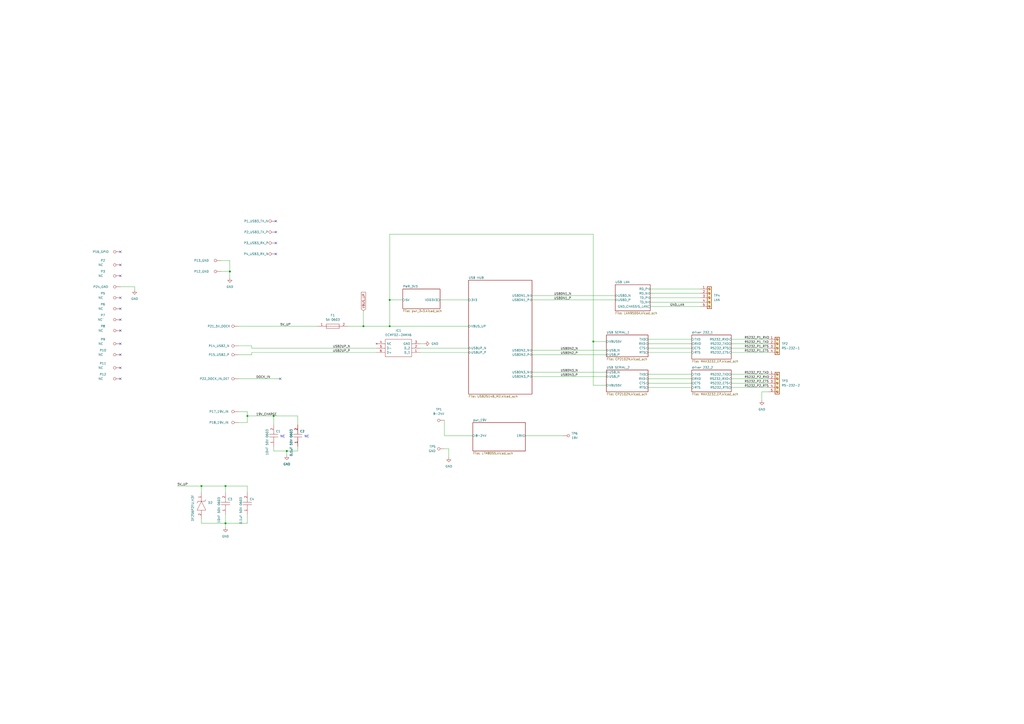
<source format=kicad_sch>
(kicad_sch (version 20211123) (generator eeschema)
  (paper "A2")
  (title_block (title "DOCK USB"))
  (lib_symbols
    (symbol "Connector:Screw_Terminal_01x04" (pin_names (offset 1.016) hide)
      (property "Reference" "J" (at 0 5.08 0))
      (property "Value" "Screw_Terminal_01x04" (at 0 -7.62 0))
      (symbol "Screw_Terminal_01x04_1_1"
        (rectangle (start -1.27 3.81) (end 1.27 -6.35) (stroke (width 0.254)) (fill (type background)))
        (circle (center 0 -5.08) (radius 0.635) (stroke (width 0.1524)))
        (circle (center 0 -2.54) (radius 0.635) (stroke (width 0.1524)))
        (polyline (pts (xy -0.5334 -4.7498) (xy 0.3302 -5.588)) (stroke (width 0.1524)))
        (polyline (pts (xy -0.5334 -2.2098) (xy 0.3302 -3.048)) (stroke (width 0.1524)))
        (polyline (pts (xy -0.5334 0.3302) (xy 0.3302 -0.508)) (stroke (width 0.1524)))
        (polyline (pts (xy -0.5334 2.8702) (xy 0.3302 2.032)) (stroke (width 0.1524)))
        (polyline (pts (xy -0.3556 -4.572) (xy 0.508 -5.4102)) (stroke (width 0.1524)))
        (polyline (pts (xy -0.3556 -2.032) (xy 0.508 -2.8702)) (stroke (width 0.1524)))
        (polyline (pts (xy -0.3556 0.508) (xy 0.508 -0.3302)) (stroke (width 0.1524)))
        (polyline (pts (xy -0.3556 3.048) (xy 0.508 2.2098)) (stroke (width 0.1524)))
        (circle (center 0 0) (radius 0.635) (stroke (width 0.1524)))
        (circle (center 0 2.54) (radius 0.635) (stroke (width 0.1524)))
        (pin passive line (at -5.08 2.54 0) (length 3.81) (name "Pin_1") (number "1"))
        (pin passive line (at -5.08 0 0) (length 3.81) (name "Pin_2") (number "2"))
        (pin passive line (at -5.08 -2.54 0) (length 3.81) (name "Pin_3") (number "3"))
        (pin passive line (at -5.08 -5.08 0) (length 3.81) (name "Pin_4") (number "4"))
      )
    )
    (symbol "Connector:Screw_Terminal_01x05" (pin_names (offset 1.016) hide)
      (property "Reference" "J?" (at 2.54 1.2701 0))
      (property "Value" "Screw_Terminal_01x05" (at 2.54 -1.2699 0))
      (symbol "Screw_Terminal_01x05_1_1"
        (rectangle (start -1.27 6.35) (end 1.27 -6.35) (stroke (width 0.254)) (fill (type background)))
        (circle (center 0 -5.08) (radius 0.635) (stroke (width 0.1524)))
        (circle (center 0 -2.54) (radius 0.635) (stroke (width 0.1524)))
        (polyline (pts (xy -0.5334 -4.7498) (xy 0.3302 -5.588)) (stroke (width 0.1524)))
        (polyline (pts (xy -0.5334 -2.2098) (xy 0.3302 -3.048)) (stroke (width 0.1524)))
        (polyline (pts (xy -0.5334 0.3302) (xy 0.3302 -0.508)) (stroke (width 0.1524)))
        (polyline (pts (xy -0.5334 2.8702) (xy 0.3302 2.032)) (stroke (width 0.1524)))
        (polyline (pts (xy -0.5334 5.4102) (xy 0.3302 4.572)) (stroke (width 0.1524)))
        (polyline (pts (xy -0.3556 -4.572) (xy 0.508 -5.4102)) (stroke (width 0.1524)))
        (polyline (pts (xy -0.3556 -2.032) (xy 0.508 -2.8702)) (stroke (width 0.1524)))
        (polyline (pts (xy -0.3556 0.508) (xy 0.508 -0.3302)) (stroke (width 0.1524)))
        (polyline (pts (xy -0.3556 3.048) (xy 0.508 2.2098)) (stroke (width 0.1524)))
        (polyline (pts (xy -0.3556 5.588) (xy 0.508 4.7498)) (stroke (width 0.1524)))
        (circle (center 0 0) (radius 0.635) (stroke (width 0.1524)))
        (circle (center 0 2.54) (radius 0.635) (stroke (width 0.1524)))
        (circle (center 0 5.08) (radius 0.635) (stroke (width 0.1524)))
        (pin passive line (at -5.08 5.08 0) (length 3.81) (name "Pin_1") (number "1"))
        (pin passive line (at -5.08 2.54 0) (length 3.81) (name "Pin_2") (number "2"))
        (pin passive line (at -5.08 0 0) (length 3.81) (name "Pin_3") (number "3"))
        (pin passive line (at -5.08 -2.54 0) (length 3.81) (name "Pin_4") (number "4"))
        (pin passive line (at -5.08 -5.08 0) (length 3.81) (name "Pin_5") (number "5"))
      )
    )
    (symbol "Connector:TestPoint" (pin_numbers hide) (pin_names (offset 0.762) hide)
      (property "Reference" "TP" (at 0 6.858 0))
      (property "Value" "TestPoint" (at 0 5.08 0))
      (symbol "TestPoint_0_1"
        (circle (center 0 3.302) (radius 0.762))
      )
      (symbol "TestPoint_1_1"
        (pin passive line (at 0 0 90) (length 2.54) (name "1") (number "1"))
      )
    )
    (symbol "global_lib:ECMF02-2AMX6" (pin_names (offset 0.762))
      (property "Reference" "IC" (at 21.59 7.62 0))
      (property "Value" "ECMF02-2AMX6" (at 21.59 5.08 0))
      (symbol "ECMF02-2AMX6_0_0"
        (pin passive line (at 0 0 0) (length 5.08) (name "D_1") (number "1"))
        (pin passive line (at 0 -2.54 0) (length 5.08) (name "D_2") (number "2"))
        (pin passive line (at 0 -5.08 0) (length 5.08) (name "GND") (number "3"))
        (pin no_connect line (at 25.4 -5.08 180) (length 5.08) (name "NC") (number "4"))
        (pin passive line (at 25.4 -2.54 180) (length 5.08) (name "D-") (number "5"))
        (pin passive line (at 25.4 0 180) (length 5.08) (name "D+") (number "6"))
      )
      (symbol "ECMF02-2AMX6_0_1"
        (polyline (pts (xy 5.08 2.54) (xy 20.32 2.54) (xy 20.32 -7.62) (xy 5.08 -7.62) (xy 5.08 2.54)) (stroke (width 0.1524)))
      )
    )
    (symbol "my_cap:06035C104MAT2A" (pin_names (offset 0.762))
      (property "Reference" "C" (at 8.89 6.35 0))
      (property "Value" "06035C104MAT2A" (at 8.89 3.81 0))
      (symbol "06035C104MAT2A_0_0"
        (pin passive line (at 0 0 0) (length 5.08) (name "~") (number "1"))
        (pin passive line (at 12.7 0 180) (length 5.08) (name "~") (number "2"))
      )
      (symbol "06035C104MAT2A_0_1"
        (polyline (pts (xy 5.08 0) (xy 5.588 0)) (stroke (width 0.1524)))
        (polyline (pts (xy 5.588 2.54) (xy 5.588 -2.54)) (stroke (width 0.1524)))
        (polyline (pts (xy 7.112 0) (xy 7.62 0)) (stroke (width 0.1524)))
        (polyline (pts (xy 7.112 2.54) (xy 7.112 -2.54)) (stroke (width 0.1524)))
      )
    )
    (symbol "my_cap:885012206089" (pin_names (offset 0.762))
      (property "Reference" "C" (at 8.89 6.35 0))
      (property "Value" "885012206089" (at 8.89 3.81 0))
      (symbol "885012206089_0_0"
        (pin passive line (at 0 0 0) (length 5.08) (name "~") (number "1"))
        (pin passive line (at 12.7 0 180) (length 5.08) (name "~") (number "2"))
      )
      (symbol "885012206089_0_1"
        (polyline (pts (xy 5.08 0) (xy 5.588 0)) (stroke (width 0.1524)))
        (polyline (pts (xy 5.588 2.54) (xy 5.588 -2.54)) (stroke (width 0.1524)))
        (polyline (pts (xy 7.112 0) (xy 7.62 0)) (stroke (width 0.1524)))
        (polyline (pts (xy 7.112 2.54) (xy 7.112 -2.54)) (stroke (width 0.1524)))
      )
    )
    (symbol "my_esd:DF2S6P2FU,H3F" (pin_names (offset 0.762))
      (property "Reference" "D" (at 10.16 8.89 0))
      (property "Value" "DF2S6P2FU,H3F" (at 10.16 6.35 0))
      (symbol "DF2S6P2FU,H3F_0_0"
        (pin passive line (at 0 0 0) (length 5.08) (name "~") (number "1"))
        (pin passive line (at 15.24 0 180) (length 5.08) (name "~") (number "2"))
      )
      (symbol "DF2S6P2FU,H3F_0_1"
        (polyline (pts (xy 4.064 2.54) (xy 5.08 2.032)) (stroke (width 0.1524)))
        (polyline (pts (xy 5.08 -2.032) (xy 5.08 2.032)) (stroke (width 0.1524)))
        (polyline (pts (xy 5.08 -2.032) (xy 6.096 -2.54)) (stroke (width 0.1524)))
        (polyline (pts (xy 5.08 0) (xy 10.16 2.54) (xy 10.16 -2.54) (xy 5.08 0)) (stroke (width 0.1524)))
      )
    )
    (symbol "my_fuse:5A 0603" (pin_names (offset 0.762))
      (property "Reference" "F" (at 13.97 6.35 0))
      (property "Value" "5A 0603" (at 13.97 3.81 0))
      (symbol "5A 0603_0_0"
        (pin passive line (at 0 0 0) (length 5.08) (name "~") (number "1"))
        (pin passive line (at 17.78 0 180) (length 5.08) (name "~") (number "2"))
      )
      (symbol "5A 0603_0_1"
        (polyline (pts (xy 5.08 0) (xy 12.7 0)) (stroke (width 0.1524)))
        (polyline (pts (xy 5.08 1.27) (xy 12.7 1.27) (xy 12.7 -1.27) (xy 5.08 -1.27) (xy 5.08 1.27)) (stroke (width 0.1524)))
      )
    )
    (symbol "power:GND" (power) (pin_names (offset 0))
      (property "Value" "GND" (at 0 -3.81 0))
      (symbol "GND_0_1"
        (polyline (pts (xy 0 0) (xy 0 -1.27) (xy 1.27 -1.27) (xy 0 -2.54) (xy -1.27 -1.27) (xy 0 -1.27)))
      )
      (symbol "GND_1_1"
        (pin power_in line (at 0 0 270) (length 0) hide (name "GND") (number "1"))
      )
    )
  )
  (bus_alias "OCS" (members "N1" "N2" "N3" "N4"))
  (bus_alias "USB_PWR" (members "P1" "P2" "P3" "P4"))
  (junction (at 133.35 157.48))
  (junction (at 344.17 198.12))
  (junction (at 158.75 241.3))
  (junction (at 143.51 241.3))
  (junction (at 116.84 281.94))
  (junction (at 226.06 189.23))
  (junction (at 130.81 303.53))
  (junction (at 226.06 173.99))
  (junction (at 166.37 261.62))
  (junction (at 210.82 189.23))
  (junction (at 130.81 281.94))
  (no_connect (at 69.85 172.72))
  (no_connect (at 69.85 179.07))
  (no_connect (at 69.85 185.42))
  (no_connect (at 69.85 191.77))
  (no_connect (at 69.85 205.74))
  (no_connect (at 69.85 199.39))
  (no_connect (at 69.85 146.05))
  (no_connect (at 69.85 219.71))
  (no_connect (at 162.56 219.71))
  (no_connect (at 69.85 153.67))
  (no_connect (at 160.02 140.97))
  (no_connect (at 160.02 147.32))
  (no_connect (at 69.85 160.02))
  (no_connect (at 160.02 134.62))
  (no_connect (at 160.02 128.27))
  (no_connect (at 69.85 213.36))
  (wire (pts (xy 274.32 252.73) (xy 257.81 252.73)))
  (wire (pts (xy 233.68 173.99) (xy 226.06 173.99)))
  (wire (pts (xy 377.19 167.64) (xy 406.4 167.64)))
  (wire (pts (xy 377.19 177.8) (xy 406.4 177.8)))
  (wire (pts (xy 375.92 196.85) (xy 401.32 196.85)))
  (wire (pts (xy 143.51 245.11) (xy 138.43 245.11)))
  (wire (pts (xy 424.18 222.25) (xy 445.77 222.25)))
  (wire (pts (xy 130.81 281.94) (xy 130.81 285.75)))
  (wire (pts (xy 260.35 260.35) (xy 260.35 265.43)))
  (wire (pts (xy 158.75 261.62) (xy 158.75 259.08)))
  (wire (pts (xy 116.84 281.94) (xy 116.84 285.75)))
  (wire (pts (xy 172.72 241.3) (xy 158.75 241.3)))
  (wire (pts (xy 308.61 205.74) (xy 351.79 205.74)))
  (wire (pts (xy 377.19 172.72) (xy 406.4 172.72)))
  (wire (pts (xy 143.51 238.76) (xy 143.51 241.3)))
  (wire (pts (xy 308.61 171.45) (xy 356.87 171.45)))
  (wire (pts (xy 146.05 201.93) (xy 218.44 201.93)))
  (wire (pts (xy 166.37 261.62) (xy 166.37 264.16)))
  (wire (pts (xy 116.84 281.94) (xy 130.81 281.94)))
  (wire (pts (xy 377.19 170.18) (xy 406.4 170.18)))
  (wire (pts (xy 133.35 157.48) (xy 133.35 161.29)))
  (wire (pts (xy 143.51 298.45) (xy 143.51 303.53)))
  (wire (pts (xy 128.27 151.13) (xy 133.35 151.13)))
  (wire (pts (xy 130.81 281.94) (xy 143.51 281.94)))
  (wire (pts (xy 308.61 215.9) (xy 351.79 215.9)))
  (wire (pts (xy 304.8 252.73) (xy 326.39 252.73)))
  (wire (pts (xy 424.18 204.47) (xy 445.77 204.47)))
  (wire (pts (xy 424.18 201.93) (xy 445.77 201.93)))
  (wire (pts (xy 201.93 189.23) (xy 210.82 189.23)))
  (wire (pts (xy 243.84 204.47) (xy 271.78 204.47)))
  (wire (pts (xy 143.51 241.3) (xy 158.75 241.3)))
  (wire (pts (xy 375.92 217.17) (xy 401.32 217.17)))
  (wire (pts (xy 308.61 218.44) (xy 351.79 218.44)))
  (wire (pts (xy 146.05 204.47) (xy 146.05 205.74)))
  (wire (pts (xy 226.06 173.99) (xy 226.06 135.89)))
  (wire (pts (xy 375.92 201.93) (xy 401.32 201.93)))
  (wire (pts (xy 146.05 205.74) (xy 138.43 205.74)))
  (wire (pts (xy 424.18 224.79) (xy 445.77 224.79)))
  (wire (pts (xy 138.43 219.71) (xy 162.56 219.71)))
  (wire (pts (xy 375.92 204.47) (xy 401.32 204.47)))
  (wire (pts (xy 375.92 219.71) (xy 401.32 219.71)))
  (wire (pts (xy 146.05 204.47) (xy 218.44 204.47)))
  (wire (pts (xy 257.81 243.84) (xy 257.81 252.73)))
  (wire (pts (xy 172.72 246.38) (xy 172.72 241.3)))
  (wire (pts (xy 255.27 173.99) (xy 271.78 173.99)))
  (wire (pts (xy 375.92 224.79) (xy 401.32 224.79)))
  (wire (pts (xy 133.35 151.13) (xy 133.35 157.48)))
  (wire (pts (xy 128.27 157.48) (xy 133.35 157.48)))
  (wire (pts (xy 226.06 135.89) (xy 344.17 135.89)))
  (wire (pts (xy 102.87 281.94) (xy 116.84 281.94)))
  (wire (pts (xy 441.96 227.33) (xy 445.77 227.33)))
  (wire (pts (xy 308.61 173.99) (xy 356.87 173.99)))
  (wire (pts (xy 143.51 303.53) (xy 130.81 303.53)))
  (wire (pts (xy 344.17 198.12) (xy 351.79 198.12)))
  (wire (pts (xy 138.43 238.76) (xy 143.51 238.76)))
  (wire (pts (xy 243.84 201.93) (xy 271.78 201.93)))
  (wire (pts (xy 210.82 180.34) (xy 210.82 189.23)))
  (wire (pts (xy 143.51 241.3) (xy 143.51 245.11)))
  (wire (pts (xy 377.19 175.26) (xy 406.4 175.26)))
  (wire (pts (xy 344.17 135.89) (xy 344.17 198.12)))
  (wire (pts (xy 344.17 223.52) (xy 344.17 198.12)))
  (wire (pts (xy 78.105 166.37) (xy 69.85 166.37)))
  (wire (pts (xy 441.96 227.33) (xy 441.96 232.41)))
  (wire (pts (xy 424.18 199.39) (xy 445.77 199.39)))
  (wire (pts (xy 424.18 219.71) (xy 445.77 219.71)))
  (wire (pts (xy 172.72 261.62) (xy 166.37 261.62)))
  (wire (pts (xy 243.84 199.39) (xy 246.38 199.39)))
  (wire (pts (xy 78.105 168.275) (xy 78.105 166.37)))
  (wire (pts (xy 351.79 223.52) (xy 344.17 223.52)))
  (wire (pts (xy 172.72 259.08) (xy 172.72 261.62)))
  (wire (pts (xy 424.18 217.17) (xy 445.77 217.17)))
  (wire (pts (xy 375.92 222.25) (xy 401.32 222.25)))
  (wire (pts (xy 308.61 203.2) (xy 351.79 203.2)))
  (wire (pts (xy 158.75 241.3) (xy 158.75 246.38)))
  (wire (pts (xy 143.51 285.75) (xy 143.51 281.94)))
  (wire (pts (xy 375.92 199.39) (xy 401.32 199.39)))
  (wire (pts (xy 424.18 196.85) (xy 445.77 196.85)))
  (wire (pts (xy 146.05 200.66) (xy 138.43 200.66)))
  (wire (pts (xy 166.37 261.62) (xy 158.75 261.62)))
  (wire (pts (xy 130.81 303.53) (xy 130.81 298.45)))
  (wire (pts (xy 116.84 300.99) (xy 116.84 303.53)))
  (wire (pts (xy 257.81 260.35) (xy 260.35 260.35)))
  (wire (pts (xy 271.78 189.23) (xy 226.06 189.23)))
  (wire (pts (xy 130.81 303.53) (xy 130.81 306.07)))
  (wire (pts (xy 138.43 189.23) (xy 184.15 189.23)))
  (wire (pts (xy 146.05 201.93) (xy 146.05 200.66)))
  (wire (pts (xy 116.84 303.53) (xy 130.81 303.53)))
  (wire (pts (xy 226.06 173.99) (xy 226.06 189.23)))
  (wire (pts (xy 226.06 189.23) (xy 210.82 189.23)))
  (text "NC" (at 176.53 254 0) (effects (font (size 1.27 1.27)) (justify left bottom)))
  (text "NC" (at 162.56 254 0) (effects (font (size 1.27 1.27)) (justify left bottom)))
  (label "RS232_P2_RTS" (at 431.8 224.79 0))
  (label "USB2UP_N" (at 193.04 201.93 0))
  (label "19V_CHARGE" (at 148.59 241.3 0))
  (label "USBDN2_P" (at 325.12 205.74 0))
  (label "USBDN1_P" (at 321.31 173.99 0))
  (label "5V_UP" (at 162.56 189.23 0))
  (label "RS232_P1_CTS" (at 431.8 204.47 0))
  (label "RS232_P2_CTS" (at 431.8 222.25 0))
  (label "GND_LAN" (at 388.62 177.8 0))
  (label "RS232_P2_RXD" (at 431.8 219.71 0))
  (label "RS232_P1_RTS" (at 431.8 201.93 0))
  (label "DOCK_IN" (at 148.59 219.71 0))
  (label "USBDN1_N" (at 321.31 171.45 0))
  (label "RS232_P1_RXD" (at 431.8 196.85 0))
  (label "USBDN3_P" (at 325.12 218.44 0))
  (label "USBDN3_N" (at 325.12 215.9 0))
  (label "USB2UP_P" (at 193.04 204.47 0))
  (label "RS232_P1_TXD" (at 431.8 199.39 0))
  (label "5V_UP" (at 102.87 281.94 0))
  (label "USBDN2_N" (at 325.12 203.2 0))
  (label "RS232_P2_TXD" (at 431.8 217.17 0))
  (global_label "VBUS_UP" (shape input) (at 210.82 180.34 90) (property "Intersheet References" "${INTERSHEET_REFS}" (effects hide)))
  (symbol (lib_id "Connector:Screw_Terminal_01x04") (at 450.85 199.39 0) (unit 1) (in_bom no)
    (property "Reference" "TP2" (at 453.39 199.3899 0) (effects (justify left)))
    (property "Value" "RS-232-1" (at 453.39 201.9299 0) (effects (justify left)))
    (property "Footprint" "Connector_PinHeader_2.54mm:PinHeader_1x04_P2.54mm_Vertical" (effects hide))
  )
  (symbol (lib_id "Connector:TestPoint") (at 69.85 146.05 90) (unit 1) (in_bom no)
    (property "Reference" "P1" (effects hide))
    (property "Value" "P16_GPIO" (at 58.42 146.05 90))
    (property "Footprint" "TestPoint:TestPoint_THTPad_D1.0mm_Drill0.5mm" (effects hide))
  )
  (symbol (lib_id "Connector:TestPoint") (at 138.43 205.74 90) (unit 1) (in_bom no)
    (property "Reference" "P17" (effects hide))
    (property "Value" "P15_USB2_P" (at 127 205.74 90))
    (property "Footprint" "TestPoint:TestPoint_THTPad_D1.0mm_Drill0.5mm" (effects hide))
  )
  (symbol (lib_id "Connector:TestPoint") (at 138.43 245.11 90) (unit 1) (in_bom no)
    (property "Reference" "P20" (effects hide))
    (property "Value" "P18_19V_IN" (at 127 245.11 90))
    (property "Footprint" "TestPoint:TestPoint_THTPad_D1.0mm_Drill0.5mm" (effects hide))
  )
  (symbol (lib_id "Connector:TestPoint") (at 138.43 238.76 90) (unit 1) (in_bom no)
    (property "Reference" "P19" (effects hide))
    (property "Value" "P17_19V_IN" (at 127 238.76 90))
    (property "Footprint" "TestPoint:TestPoint_THTPad_D1.0mm_Drill0.5mm" (effects hide))
  )
  (symbol (lib_id "Connector:TestPoint") (at 69.85 199.39 90) (unit 1) (in_bom no)
    (property "Reference" "P9" (at 59.69 196.85 90))
    (property "Value" "NC" (at 58.42 199.39 90))
    (property "Footprint" "TestPoint:TestPoint_THTPad_D1.0mm_Drill0.5mm" (effects hide))
  )
  (symbol (lib_id "my_cap:06035C104MAT2A") (at 172.72 259.08 90) (unit 1) (in_bom no)
    (property "Reference" "C2" (at 173.99 250.19 90) (effects (justify right)))
    (property "Value" "0.1uF 50V 0603" (at 168.91 248.92 0) (effects (justify right)))
    (property "Footprint" "C_0603_1608Metric" (effects hide))
    (property "Datasheet" "https://componentsearchengine.com/Datasheets/1/06031A100FAT2A.pdf" (effects hide))
    (property "Description" "Multilayer Ceramic Capacitors MLCC - SMD/SMT 50V .1uF X7R 0603 20%" (effects hide))
    (property "Height" "0.9" (effects hide))
    (property "Manufacturer_Name" "AVX" (effects hide))
    (property "Manufacturer_Part_Number" "06035C104MAT2A" (effects hide))
    (property "Mouser Part Number" "581-06035C104MAT2A" (effects hide))
    (property "Mouser Price/Stock" "https://www.mouser.co.uk/ProductDetail/AVX/06035C104MAT2A?qs=EbDiPP9peV9v4gP9vI6ssw%3D%3D" (effects hide))
    (property "Arrow Part Number" "06035C104MAT2A" (effects hide))
    (property "Arrow Price/Stock" "https://www.arrow.com/en/products/06035c104mat2a/avx" (effects hide))
  )
  (symbol (lib_id "global_lib:ECMF02-2AMX6") (at 243.84 204.47 180) (unit 1)
    (property "Reference" "IC1" (at 231.14 191.77 0))
    (property "Value" "ECMF02-2AMX6" (at 231.14 194.31 0))
    (property "Footprint" "SON50P150X170X55-6N-D" (effects hide))
    (property "Datasheet" "http://www.st.com/content/ccc/resource/technical/document/datasheet/3a/28/cf/d0/31/63/48/8c/CD00282307.pdf/files/CD00282307.pdf/jcr:content/translations/en.CD00282307.pdf" (effects hide))
    (property "Description" "Common Mode Filter & ESD Prot. USB uQFN6 STMicroelectronics ECMF02 Series, Signal Filter, 200mA uQFN SMD, Flat Contact Termination, 1.8 x 1.6 x 0.5mm" (effects hide))
    (property "Height" "0.55" (effects hide))
    (property "Manufacturer_Name" "STMicroelectronics" (effects hide))
    (property "Manufacturer_Part_Number" "ECMF02-2AMX6" (effects hide))
    (property "Mouser Part Number" "511-ECMF02-2AMX6" (effects hide))
    (property "Mouser Price/Stock" "https://www.mouser.co.uk/ProductDetail/STMicroelectronics/ECMF02-2AMX6?qs=raAh8RbVwI65u5gmT42%2Flg%3D%3D" (effects hide))
    (property "Arrow Part Number" "ECMF02-2AMX6" (effects hide))
    (property "Arrow Price/Stock" "https://www.arrow.com/en/products/ecmf02-2amx6/stmicroelectronics?region=nac" (effects hide))
  )
  (symbol (lib_id "Connector:TestPoint") (at 326.39 252.73 270) (unit 1) (in_bom no)
    (property "Reference" "TP6" (at 331.47 251.4599 90) (effects (justify left)))
    (property "Value" "19V" (at 331.47 253.9999 90) (effects (justify left)))
    (property "Footprint" "TestPoint:TestPoint_THTPad_2.5x2.5mm_Drill1.2mm" (effects hide))
  )
  (symbol (lib_id "Connector:TestPoint") (at 69.85 166.37 90) (unit 1) (in_bom no)
    (property "Reference" "P4" (effects hide))
    (property "Value" "P24_GND" (at 58.42 166.37 90))
    (property "Footprint" "TestPoint:TestPoint_THTPad_D1.0mm_Drill0.5mm" (effects hide))
  )
  (symbol (lib_id "power:GND") (at 78.105 168.275 0) (unit 1)
    (property "Reference" "#PWR0101" (effects hide))
    (property "Value" "GND" (at 78.105 173.355 0))
  )
  (symbol (lib_id "Connector:TestPoint") (at 160.02 134.62 90) (unit 1) (in_bom no)
    (property "Reference" "P22" (effects hide))
    (property "Value" "P2_USB3_TX_P" (at 148.59 134.62 90))
    (property "Footprint" "TestPoint:TestPoint_THTPad_D1.0mm_Drill0.5mm" (effects hide))
  )
  (symbol (lib_id "Connector:TestPoint") (at 138.43 219.71 90) (unit 1) (in_bom no)
    (property "Reference" "P18" (effects hide))
    (property "Value" "P22_DOCK_IN_DET" (at 124.46 219.71 90))
    (property "Footprint" "TestPoint:TestPoint_THTPad_D1.0mm_Drill0.5mm" (effects hide))
  )
  (symbol (lib_id "Connector:Screw_Terminal_01x05") (at 450.85 222.25 0) (unit 1) (in_bom no)
    (property "Reference" "TP3" (at 453.39 220.9799 0) (effects (justify left)))
    (property "Value" "RS-232-2" (at 453.39 223.5199 0) (effects (justify left)))
    (property "Footprint" "Connector_PinHeader_2.54mm:PinHeader_1x05_P2.54mm_Vertical" (effects hide))
  )
  (symbol (lib_id "Connector:TestPoint") (at 69.85 153.67 90) (unit 1) (in_bom no)
    (property "Reference" "P2" (at 59.69 151.13 90))
    (property "Value" "NC" (at 58.42 153.67 90))
    (property "Footprint" "TestPoint:TestPoint_THTPad_D1.0mm_Drill0.5mm" (effects hide))
  )
  (symbol (lib_id "power:GND") (at 441.96 232.41 0) (unit 1)
    (property "Reference" "#PWR05" (effects hide))
    (property "Value" "GND" (at 441.96 237.49 0))
  )
  (symbol (lib_id "Connector:TestPoint") (at 69.85 219.71 90) (unit 1) (in_bom no)
    (property "Reference" "P12" (at 59.69 217.17 90))
    (property "Value" "NC" (at 58.42 219.71 90))
    (property "Footprint" "TestPoint:TestPoint_THTPad_D1.0mm_Drill0.5mm" (effects hide))
  )
  (symbol (lib_id "power:GND") (at 246.38 199.39 90) (unit 1)
    (property "Reference" "#PWR03" (effects hide))
    (property "Value" "GND" (at 250.19 199.3899 90) (effects (justify right)))
  )
  (symbol (lib_id "Connector:Screw_Terminal_01x05") (at 411.48 172.72 0) (unit 1) (in_bom no)
    (property "Reference" "TP4" (at 414.02 171.4499 0) (effects (justify left)))
    (property "Value" "LAN" (at 414.02 173.9899 0) (effects (justify left)))
    (property "Footprint" "Connector_PinHeader_2.00mm:PinHeader_1x05_P2.00mm_Vertical" (effects hide))
  )
  (symbol (lib_id "Connector:TestPoint") (at 160.02 128.27 90) (unit 1) (in_bom no)
    (property "Reference" "P21" (effects hide))
    (property "Value" "P1_USB3_TX_N" (at 148.59 128.27 90))
    (property "Footprint" "TestPoint:TestPoint_THTPad_D1.0mm_Drill0.5mm" (effects hide))
  )
  (symbol (lib_id "my_fuse:5A 0603") (at 184.15 189.23 0) (unit 1)
    (property "Reference" "F1" (at 193.04 182.88 0))
    (property "Value" "5A 0603" (at 193.04 185.42 0))
    (property "Footprint" "Fuse_0603_1608Metric" (effects hide))
    (property "Datasheet" "https://belfuse.com/resources/datasheets/circuitprotection/ds-CP-0ABB-series.pdf" (effects hide))
    (property "Description" "0603 SMD Fuse | Slow Blow | 5A" (effects hide))
    (property "Height" "0.569" (effects hide))
    (property "Manufacturer_Name" "Stewart Connector" (effects hide))
    (property "Manufacturer_Part_Number" "0ABB-5000-TM" (effects hide))
    (property "Mouser Part Number" "530-0ABB-5000-TM" (effects hide))
    (property "Mouser Price/Stock" "https://www.mouser.co.uk/ProductDetail/Bel-Fuse/0ABB-5000-TM?qs=Wj%2FVkw3K%252BMBSXffoEfmEpw%3D%3D" (effects hide))
  )
  (symbol (lib_id "Connector:TestPoint") (at 128.27 157.48 90) (unit 1) (in_bom no)
    (property "Reference" "P14" (effects hide))
    (property "Value" "P12_GND" (at 116.84 157.48 90))
    (property "Footprint" "TestPoint:TestPoint_THTPad_D1.0mm_Drill0.5mm" (effects hide))
  )
  (symbol (lib_id "my_cap:885012206089") (at 130.81 298.45 90) (unit 1)
    (property "Reference" "C3" (at 132.08 289.56 90) (effects (justify right)))
    (property "Value" "10nF 50V 0603" (at 127 288.29 0) (effects (justify right)))
    (property "Footprint" "C_0603_1608Metric" (effects hide))
    (property "Datasheet" "https://katalog.we-online.com/pbs/datasheet/885012206089.pdf" (effects hide))
    (property "Description" "Wurth Elektronik 0603 WCAP-CSGP 10nF Ceramic Multilayer Capacitor, 50 V dc, +125C, X7R Dielectric, +/-10%" (effects hide))
    (property "Height" "0.87" (effects hide))
    (property "Manufacturer_Name" "Wurth Elektronik" (effects hide))
    (property "Manufacturer_Part_Number" "885012206089" (effects hide))
    (property "Mouser Part Number" "710-885012206089" (effects hide))
    (property "Mouser Price/Stock" "https://www.mouser.co.uk/ProductDetail/Wurth-Elektronik/885012206089?qs=0KOYDY2FL28GvSbKh319Tw%3D%3D" (effects hide))
  )
  (symbol (lib_id "Connector:TestPoint") (at 257.81 243.84 90) (unit 1) (in_bom no)
    (property "Reference" "TP1" (at 254.508 237.49 90))
    (property "Value" "8-24V" (at 254.508 240.03 90))
    (property "Footprint" "TestPoint:TestPoint_THTPad_2.5x2.5mm_Drill1.2mm" (effects hide))
  )
  (symbol (lib_id "my_cap:06035C104MAT2A") (at 143.51 298.45 90) (unit 1)
    (property "Reference" "C4" (at 144.78 289.56 90) (effects (justify right)))
    (property "Value" "0.1uF 50V 0603" (at 139.7 288.29 0) (effects (justify right)))
    (property "Footprint" "C_0603_1608Metric" (effects hide))
    (property "Datasheet" "https://componentsearchengine.com/Datasheets/1/06031A100FAT2A.pdf" (effects hide))
    (property "Description" "Multilayer Ceramic Capacitors MLCC - SMD/SMT 50V .1uF X7R 0603 20%" (effects hide))
    (property "Height" "0.9" (effects hide))
    (property "Manufacturer_Name" "AVX" (effects hide))
    (property "Manufacturer_Part_Number" "06035C104MAT2A" (effects hide))
    (property "Mouser Part Number" "581-06035C104MAT2A" (effects hide))
    (property "Mouser Price/Stock" "https://www.mouser.co.uk/ProductDetail/AVX/06035C104MAT2A?qs=EbDiPP9peV9v4gP9vI6ssw%3D%3D" (effects hide))
    (property "Arrow Part Number" "06035C104MAT2A" (effects hide))
    (property "Arrow Price/Stock" "https://www.arrow.com/en/products/06035c104mat2a/avx" (effects hide))
  )
  (symbol (lib_id "my_esd:DF2S6P2FU,H3F") (at 116.84 285.75 270) (unit 1)
    (property "Reference" "D2" (at 120.65 291.5919 90) (effects (justify left)))
    (property "Value" "DF2S6P2FU,H3F" (at 111.76 287.02 0) (effects (justify left)))
    (property "Footprint" "SOD2513X115N" (effects hide))
    (property "Datasheet" "https://toshiba.semicon-storage.com/info/docget.jsp?did=59087&prodName=DF2S6P2FU" (effects hide))
    (property "Description" "ESD Suppressors / TVS Diodes Uni-Directional ESD protection diode VRWM:5.5V IPP: 80A Vesd:+/-30kV" (effects hide))
    (property "Height" "1.15" (effects hide))
    (property "Mouser Part Number" "757-DF2S6P2FUH3F" (effects hide))
    (property "Mouser Price/Stock" "https://www.mouser.co.uk/ProductDetail/Toshiba/DF2S6P2FUH3F?qs=EBDBlbfErPzRo%252BEHfjRN%252Bw%3D%3D" (effects hide))
    (property "Manufacturer_Name" "Toshiba" (effects hide))
    (property "Manufacturer_Part_Number" "DF2S6P2FU,H3F" (effects hide))
  )
  (symbol (lib_id "Connector:TestPoint") (at 69.85 160.02 90) (unit 1) (in_bom no)
    (property "Reference" "P3" (at 59.69 157.48 90))
    (property "Value" "NC" (at 58.42 160.02 90))
    (property "Footprint" "TestPoint:TestPoint_THTPad_D1.0mm_Drill0.5mm" (effects hide))
  )
  (symbol (lib_id "Connector:TestPoint") (at 128.27 151.13 90) (unit 1) (in_bom no)
    (property "Reference" "P13" (effects hide))
    (property "Value" "P13_GND" (at 116.84 151.13 90))
    (property "Footprint" "TestPoint:TestPoint_THTPad_D1.0mm_Drill0.5mm" (effects hide))
  )
  (symbol (lib_id "power:GND") (at 166.37 264.16 0) (unit 1)
    (property "Reference" "#PWR02" (effects hide))
    (property "Value" "GND" (at 166.37 269.24 0))
  )
  (symbol (lib_id "Connector:TestPoint") (at 69.85 179.07 90) (unit 1) (in_bom no)
    (property "Reference" "P6" (at 59.69 176.53 90))
    (property "Value" "NC" (at 58.42 179.07 90))
    (property "Footprint" "TestPoint:TestPoint_THTPad_D1.0mm_Drill0.5mm" (effects hide))
  )
  (symbol (lib_id "power:GND") (at 260.35 265.43 0) (mirror y) (unit 1)
    (property "Reference" "#PWR065" (effects hide))
    (property "Value" "GND" (at 260.35 270.51 0))
  )
  (symbol (lib_id "Connector:TestPoint") (at 69.85 191.77 90) (unit 1) (in_bom no)
    (property "Reference" "P8" (at 59.69 189.23 90))
    (property "Value" "NC" (at 58.42 191.77 90))
    (property "Footprint" "TestPoint:TestPoint_THTPad_D1.0mm_Drill0.5mm" (effects hide))
  )
  (symbol (lib_id "Connector:TestPoint") (at 138.43 189.23 90) (unit 1) (in_bom no)
    (property "Reference" "P15" (effects hide))
    (property "Value" "P21_5V_DOCK" (at 127 189.23 90))
    (property "Footprint" "TestPoint:TestPoint_THTPad_D1.0mm_Drill0.5mm" (effects hide))
  )
  (symbol (lib_id "Connector:TestPoint") (at 138.43 200.66 90) (unit 1) (in_bom no)
    (property "Reference" "P16" (effects hide))
    (property "Value" "P14_USB2_N" (at 127 200.66 90))
    (property "Footprint" "TestPoint:TestPoint_THTPad_D1.0mm_Drill0.5mm" (effects hide))
  )
  (symbol (lib_id "power:GND") (at 130.81 306.07 0) (unit 1)
    (property "Reference" "#PWR04" (effects hide))
    (property "Value" "GND" (at 130.81 311.15 0))
  )
  (symbol (lib_id "Connector:TestPoint") (at 69.85 213.36 90) (unit 1) (in_bom no)
    (property "Reference" "P11" (at 59.69 210.82 90))
    (property "Value" "NC" (at 58.42 213.36 90))
    (property "Footprint" "TestPoint:TestPoint_THTPad_D1.0mm_Drill0.5mm" (effects hide))
  )
  (symbol (lib_id "Connector:TestPoint") (at 257.81 260.35 90) (mirror x) (unit 1) (in_bom no)
    (property "Reference" "TP5" (at 252.73 259.0799 90) (effects (justify left)))
    (property "Value" "GND" (at 252.73 261.6199 90) (effects (justify left)))
    (property "Footprint" "TestPoint:TestPoint_THTPad_2.5x2.5mm_Drill1.2mm" (effects hide))
  )
  (symbol (lib_id "power:GND") (at 133.35 161.29 0) (unit 1)
    (property "Reference" "#PWR01" (effects hide))
    (property "Value" "GND" (at 133.35 166.37 0))
  )
  (symbol (lib_id "Connector:TestPoint") (at 160.02 147.32 90) (unit 1) (in_bom no)
    (property "Reference" "P24" (effects hide))
    (property "Value" "P4_USB3_RX_N" (at 148.59 147.32 90))
    (property "Footprint" "TestPoint:TestPoint_THTPad_D1.0mm_Drill0.5mm" (effects hide))
  )
  (symbol (lib_id "Connector:TestPoint") (at 69.85 172.72 90) (unit 1) (in_bom no)
    (property "Reference" "P5" (at 59.69 170.18 90))
    (property "Value" "NC" (at 58.42 172.72 90))
    (property "Footprint" "TestPoint:TestPoint_THTPad_D1.0mm_Drill0.5mm" (effects hide))
  )
  (symbol (lib_id "my_cap:885012206089") (at 158.75 259.08 90) (unit 1) (in_bom no)
    (property "Reference" "C1" (at 160.02 250.19 90) (effects (justify right)))
    (property "Value" "10nF 50V 0603" (at 154.94 248.92 0) (effects (justify right)))
    (property "Footprint" "C_0603_1608Metric" (effects hide))
    (property "Datasheet" "https://katalog.we-online.com/pbs/datasheet/885012206089.pdf" (effects hide))
    (property "Description" "Wurth Elektronik 0603 WCAP-CSGP 10nF Ceramic Multilayer Capacitor, 50 V dc, +125C, X7R Dielectric, +/-10%" (effects hide))
    (property "Height" "0.87" (effects hide))
    (property "Manufacturer_Name" "Wurth Elektronik" (effects hide))
    (property "Manufacturer_Part_Number" "885012206089" (effects hide))
    (property "Mouser Part Number" "710-885012206089" (effects hide))
    (property "Mouser Price/Stock" "https://www.mouser.co.uk/ProductDetail/Wurth-Elektronik/885012206089?qs=0KOYDY2FL28GvSbKh319Tw%3D%3D" (effects hide))
  )
  (symbol (lib_id "Connector:TestPoint") (at 69.85 205.74 90) (unit 1) (in_bom no)
    (property "Reference" "P10" (at 59.69 203.2 90))
    (property "Value" "NC" (at 58.42 205.74 90))
    (property "Footprint" "TestPoint:TestPoint_THTPad_D1.0mm_Drill0.5mm" (effects hide))
  )
  (symbol (lib_id "Connector:TestPoint") (at 69.85 185.42 90) (unit 1) (in_bom no)
    (property "Reference" "P7" (at 59.69 182.88 90))
    (property "Value" "NC'" (at 58.42 185.42 90))
    (property "Footprint" "TestPoint:TestPoint_THTPad_D1.0mm_Drill0.5mm" (effects hide))
  )
  (symbol (lib_id "Connector:TestPoint") (at 160.02 140.97 90) (unit 1) (in_bom no)
    (property "Reference" "P23" (effects hide))
    (property "Value" "P3_USB3_RX_P" (at 148.59 140.97 90))
    (property "Footprint" "TestPoint:TestPoint_THTPad_D1.0mm_Drill0.5mm" (effects hide))
  )
  (sheet (at 271.78 162.56) (size 36.83 66.04) (stroke (width 0.1524))
    (property "Sheet name" "USB HUB" (at 271.78 161.8484 0) (effects (justify left bottom)))
    (property "Sheet file" "USB2514B_M2.kicad_sch" (at 271.78 229.1846 0) (effects (justify left top)))
    (pin "3V3" input (at 271.78 173.99 180))
    (pin "USBUP_P" bidirectional (at 271.78 204.47 180))
    (pin "USBUP_N" bidirectional (at 271.78 201.93 180))
    (pin "USBDN2_N" bidirectional (at 308.61 203.2 0))
    (pin "USBDN2_P" bidirectional (at 308.61 205.74 0))
    (pin "USBDN3_N" bidirectional (at 308.61 215.9 0))
    (pin "USBDN3_P" bidirectional (at 308.61 218.44 0))
    (pin "VBUS_UP" input (at 271.78 189.23 180))
    (pin "USBDN1_N" bidirectional (at 308.61 171.45 0))
    (pin "USBDN1_P" bidirectional (at 308.61 173.99 0))
  )
  (sheet (at 401.32 214.63) (size 22.86 12.7) (stroke (width 0.1524))
    (property "Sheet name" "driver 232_2" (at 401.32 213.9184 0) (effects (justify left bottom)))
    (property "Sheet file" "MAX3232_EP.kicad_sch" (at 401.32 227.9146 0) (effects (justify left top)))
    (pin "RXD" output (at 401.32 219.71 180))
    (pin "CTS" output (at 401.32 222.25 180))
    (pin "TXD" input (at 401.32 217.17 180))
    (pin "RTS" input (at 401.32 224.79 180))
    (pin "RS232_RTS" output (at 424.18 224.79 0))
    (pin "RS232_TXD" output (at 424.18 217.17 0))
    (pin "RS232_RXD" input (at 424.18 219.71 0))
    (pin "RS232_CTS" input (at 424.18 222.25 0))
  )
  (sheet (at 351.79 194.31) (size 24.13 12.7) (stroke (width 0.1524))
    (property "Sheet name" "USB SERIAL_1" (at 351.79 193.5984 0) (effects (justify left bottom)))
    (property "Sheet file" "CP2102N.kicad_sch" (at 351.79 207.5946 0) (effects (justify left top)))
    (pin "USB_P" bidirectional (at 351.79 205.74 180))
    (pin "USB_N" bidirectional (at 351.79 203.2 180))
    (pin "VBUS5V" input (at 351.79 198.12 180))
    (pin "RTS" output (at 375.92 204.47 0))
    (pin "CTS" input (at 375.92 201.93 0))
    (pin "RXD" input (at 375.92 199.39 0))
    (pin "TXD" output (at 375.92 196.85 0))
  )
  (sheet (at 351.79 214.63) (size 24.13 12.7) (stroke (width 0.1524))
    (property "Sheet name" "USB SERIAL_2" (at 351.79 213.9184 0) (effects (justify left bottom)))
    (property "Sheet file" "CP2102N.kicad_sch" (at 351.79 227.9146 0) (effects (justify left top)))
    (pin "USB_P" bidirectional (at 351.79 218.44 180))
    (pin "USB_N" bidirectional (at 351.79 215.9 180))
    (pin "VBUS5V" input (at 351.79 223.52 180))
    (pin "RTS" output (at 375.92 224.79 0))
    (pin "CTS" input (at 375.92 222.25 0))
    (pin "RXD" input (at 375.92 219.71 0))
    (pin "TXD" output (at 375.92 217.17 0))
  )
  (sheet (at 233.68 167.64) (size 21.59 11.43) (stroke (width 0.1524))
    (property "Sheet name" "PWR_3V3" (at 233.68 166.9284 0) (effects (justify left bottom)))
    (property "Sheet file" "pwr_3v3.kicad_sch" (at 233.68 179.6546 0) (effects (justify left top)))
    (pin "VDD3V3" output (at 255.27 173.99 0))
    (pin "5V" input (at 233.68 173.99 180))
  )
  (sheet (at 401.32 194.31) (size 22.86 13.97) (stroke (width 0.1524))
    (property "Sheet name" "driver 232_1" (at 401.32 193.5984 0) (effects (justify left bottom)))
    (property "Sheet file" "MAX3232_EP.kicad_sch" (at 401.32 208.8646 0) (effects (justify left top)))
    (pin "RXD" output (at 401.32 199.39 180))
    (pin "CTS" output (at 401.32 201.93 180))
    (pin "TXD" input (at 401.32 196.85 180))
    (pin "RTS" input (at 401.32 204.47 180))
    (pin "RS232_RTS" output (at 424.18 201.93 0))
    (pin "RS232_TXD" output (at 424.18 199.39 0))
    (pin "RS232_RXD" input (at 424.18 196.85 0))
    (pin "RS232_CTS" input (at 424.18 204.47 0))
  )
  (sheet (at 274.32 245.11) (size 30.48 16.51) (stroke (width 0.1524))
    (property "Sheet name" "pwr_19V" (at 274.32 244.3984 0) (effects (justify left bottom)))
    (property "Sheet file" "LTM8055.kicad_sch" (at 274.32 262.2046 0) (effects (justify left top)))
    (pin "8-24V" input (at 274.32 252.73 180))
    (pin "19V" output (at 304.8 252.73 0))
  )
  (sheet (at 356.87 165.1) (size 20.32 15.24) (stroke (width 0.1524))
    (property "Sheet name" "USB LAN" (at 356.87 164.3884 0) (effects (justify left bottom)))
    (property "Sheet file" "LAN9500A.kicad_sch" (at 356.87 180.9246 0) (effects (justify left top)))
    (pin "RD_P" bidirectional (at 377.19 167.64 0))
    (pin "RD_N" bidirectional (at 377.19 170.18 0))
    (pin "TD_P" bidirectional (at 377.19 172.72 0))
    (pin "TD_N" bidirectional (at 377.19 175.26 0))
    (pin "USBD_P" bidirectional (at 356.87 173.99 180))
    (pin "USBD_N" bidirectional (at 356.87 171.45 180))
    (pin "GND_CHASSIS_LAN" passive (at 377.19 177.8 0))
  )
)
</source>
